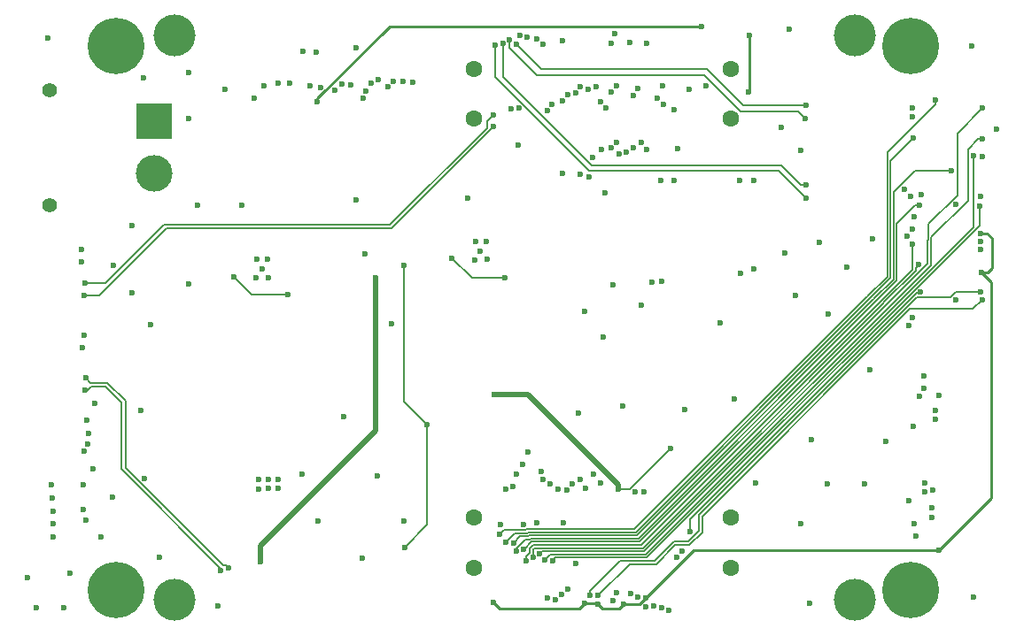
<source format=gbr>
%TF.GenerationSoftware,KiCad,Pcbnew,(5.1.8)-1*%
%TF.CreationDate,2021-06-12T11:00:53-04:00*%
%TF.ProjectId,pixc4-jetson-universal-carrier,70697863-342d-46a6-9574-736f6e2d756e,rev?*%
%TF.SameCoordinates,Original*%
%TF.FileFunction,Copper,L2,Inr*%
%TF.FilePolarity,Positive*%
%FSLAX46Y46*%
G04 Gerber Fmt 4.6, Leading zero omitted, Abs format (unit mm)*
G04 Created by KiCad (PCBNEW (5.1.8)-1) date 2021-06-12 11:00:53*
%MOMM*%
%LPD*%
G01*
G04 APERTURE LIST*
%TA.AperFunction,ComponentPad*%
%ADD10C,4.000000*%
%TD*%
%TA.AperFunction,ComponentPad*%
%ADD11C,1.600000*%
%TD*%
%TA.AperFunction,ComponentPad*%
%ADD12C,3.500000*%
%TD*%
%TA.AperFunction,ComponentPad*%
%ADD13R,3.500000X3.500000*%
%TD*%
%TA.AperFunction,ComponentPad*%
%ADD14C,1.400000*%
%TD*%
%TA.AperFunction,ComponentPad*%
%ADD15C,5.400000*%
%TD*%
%TA.AperFunction,ComponentPad*%
%ADD16C,0.800000*%
%TD*%
%TA.AperFunction,ViaPad*%
%ADD17C,0.600000*%
%TD*%
%TA.AperFunction,Conductor*%
%ADD18C,0.508000*%
%TD*%
%TA.AperFunction,Conductor*%
%ADD19C,0.152400*%
%TD*%
%TA.AperFunction,Conductor*%
%ADD20C,0.254000*%
%TD*%
G04 APERTURE END LIST*
D10*
%TO.N,*%
%TO.C,U5*%
X132105400Y-134734300D03*
X67105400Y-134734300D03*
X132105400Y-80734300D03*
X67105400Y-80734300D03*
%TD*%
D11*
%TO.N,+5V*%
%TO.C,J5*%
X120250000Y-88625000D03*
X95750000Y-88625000D03*
%TO.N,GND*%
X120250000Y-83875000D03*
X95750000Y-83875000D03*
%TD*%
%TO.N,+5V*%
%TO.C,J6*%
X120250000Y-131625000D03*
X95750000Y-131625000D03*
%TO.N,GND*%
X120250000Y-126875000D03*
X95750000Y-126875000D03*
%TD*%
D12*
%TO.N,Net-(D1-Pad1)*%
%TO.C,J27*%
X65194180Y-93920320D03*
D13*
%TO.N,GND*%
X65194180Y-88920320D03*
D14*
%TO.N,*%
X55194180Y-96920320D03*
X55194180Y-85920320D03*
%TD*%
D15*
%TO.N,GND*%
%TO.C,J4*%
X137500000Y-133750000D03*
D16*
X139525000Y-133750000D03*
X138931891Y-135181891D03*
X137500000Y-135775000D03*
X136068109Y-135181891D03*
X135475000Y-133750000D03*
X136068109Y-132318109D03*
X137500000Y-131725000D03*
X138931891Y-132318109D03*
%TD*%
D15*
%TO.N,GND*%
%TO.C,J3*%
X137500000Y-81750000D03*
D16*
X139525000Y-81750000D03*
X138931891Y-83181891D03*
X137500000Y-83775000D03*
X136068109Y-83181891D03*
X135475000Y-81750000D03*
X136068109Y-80318109D03*
X137500000Y-79725000D03*
X138931891Y-80318109D03*
%TD*%
D15*
%TO.N,GND*%
%TO.C,J2*%
X61500000Y-133750000D03*
D16*
X63525000Y-133750000D03*
X62931891Y-135181891D03*
X61500000Y-135775000D03*
X60068109Y-135181891D03*
X59475000Y-133750000D03*
X60068109Y-132318109D03*
X61500000Y-131725000D03*
X62931891Y-132318109D03*
%TD*%
D15*
%TO.N,GND*%
%TO.C,J1*%
X61500000Y-81750000D03*
D16*
X63525000Y-81750000D03*
X62931891Y-83181891D03*
X61500000Y-83775000D03*
X60068109Y-83181891D03*
X59475000Y-81750000D03*
X60068109Y-80318109D03*
X61500000Y-79725000D03*
X62931891Y-80318109D03*
%TD*%
D17*
%TO.N,GND*%
X145694400Y-89662000D03*
X76085700Y-103860600D03*
X74917300Y-103886000D03*
X75463400Y-103035100D03*
X76009500Y-102108000D03*
X74968100Y-102108000D03*
X125082300Y-89471500D03*
X95872300Y-100393500D03*
X96913700Y-100393500D03*
X95821500Y-102171500D03*
X96367600Y-101320600D03*
X96989900Y-102146100D03*
X127000000Y-91706700D03*
X104228900Y-81216500D03*
X68478400Y-84251800D03*
X74777600Y-86728300D03*
X68491100Y-88646000D03*
X71932800Y-85877400D03*
X61269880Y-102707440D03*
X63068200Y-98907600D03*
X64833500Y-108394500D03*
X63911480Y-116591080D03*
X64211200Y-123101100D03*
X85331300Y-101638100D03*
X84467700Y-96405700D03*
X73596500Y-96964500D03*
X95135700Y-96304100D03*
X108140500Y-109562900D03*
X105752900Y-116827300D03*
X115887500Y-116471700D03*
X119265700Y-108242100D03*
X133604000Y-112712500D03*
X133096000Y-123609100D03*
X143357600Y-81673700D03*
X125920500Y-80098900D03*
X111175800Y-124358400D03*
X111988600Y-124409200D03*
X144322800Y-92281658D03*
X144132300Y-96139000D03*
X100470990Y-127500292D03*
X104250005Y-127336658D03*
X105501442Y-131211610D03*
X107858560Y-87055960D03*
X138506200Y-95930720D03*
X137105181Y-99939699D03*
X131394200Y-102895400D03*
X128727200Y-100545900D03*
X125488700Y-101498400D03*
X129616200Y-107340400D03*
X126504700Y-105625900D03*
X109994700Y-116166900D03*
X135077200Y-119532400D03*
X129489200Y-123596400D03*
X127838200Y-135089900D03*
X127012700Y-127469900D03*
X83324700Y-117182900D03*
X86499700Y-122834400D03*
X79324200Y-122707400D03*
X80848200Y-127215900D03*
X89039700Y-127215900D03*
X71259700Y-135343900D03*
X65671700Y-130644900D03*
X63068200Y-105371900D03*
X64147700Y-84797900D03*
X69291200Y-96926400D03*
X87896700Y-108292900D03*
X111772700Y-106514900D03*
X108280200Y-95783400D03*
X127965200Y-119405400D03*
X143522700Y-134454900D03*
X55003700Y-80924400D03*
X122694700Y-123532900D03*
X120599200Y-115531900D03*
X106311700Y-107149900D03*
X109042200Y-104609900D03*
X133870700Y-100164900D03*
X115201700Y-91528900D03*
%TO.N,+BATT*%
X104216200Y-93891100D03*
X108394500Y-87604600D03*
X86372700Y-103911400D03*
X75336400Y-131114800D03*
%TO.N,+VDD_SERVO*%
X138447085Y-105261985D03*
X116398040Y-128188720D03*
%TO.N,+5V*%
X75692000Y-85521800D03*
X85051900Y-130721100D03*
X75184000Y-124091700D03*
X76098400Y-124079000D03*
X77012800Y-124066300D03*
X76987400Y-123202700D03*
X75158600Y-123228100D03*
X76073000Y-123215400D03*
X68453000Y-104521000D03*
X53073300Y-132600700D03*
%TO.N,3V3_SYS*%
X80759300Y-87058500D03*
X117500399Y-79844901D03*
%TO.N,USB2-*%
X113739846Y-85542562D03*
X137827849Y-98077721D03*
%TO.N,USB2+*%
X113247673Y-86721805D03*
X137662326Y-99252751D03*
%TO.N,PORT_VBUS_2*%
X112217200Y-81483200D03*
X141798240Y-96894375D03*
%TO.N,USB3-*%
X111391700Y-85801200D03*
X137627360Y-107741720D03*
%TO.N,USB3+*%
X110964548Y-86451214D03*
X137302240Y-108452920D03*
%TO.N,PORT_VBUS_3*%
X110629700Y-81407000D03*
X141798240Y-106029690D03*
%TO.N,USB4-*%
X109346858Y-85491485D03*
X139856278Y-116600960D03*
%TO.N,USB4+*%
X139856278Y-117408670D03*
X108828756Y-86085854D03*
%TO.N,PORT_VBUS_4*%
X140182600Y-115125500D03*
X108846325Y-81465125D03*
%TO.N,USB5-*%
X107416600Y-85623400D03*
X139471400Y-125948160D03*
X106717290Y-94201401D03*
%TO.N,USB5+*%
X106667299Y-85832063D03*
X139471400Y-126832640D03*
X105869460Y-94030800D03*
%TO.N,PORT_VBUS_5*%
X139598400Y-124256800D03*
X109181900Y-80556100D03*
X122034300Y-80683100D03*
X122022166Y-86105898D03*
%TO.N,ETH_RADIO_TX_N*%
X102335801Y-81514220D03*
X122455940Y-103014780D03*
%TO.N,ETH_RADIO_TX_P*%
X101762681Y-81001322D03*
X121208800Y-103479600D03*
%TO.N,ETH_RADIO_RX_N*%
X100850700Y-80860900D03*
X112731920Y-104299120D03*
%TO.N,ETH_RADIO_RX_P*%
X100109878Y-80729344D03*
X113670484Y-104274216D03*
%TO.N,ETH_SPARE_RX_P*%
X99767855Y-81528576D03*
X127464830Y-87396310D03*
%TO.N,ETH_SPARE_RX_N*%
X99160706Y-81084172D03*
X127429765Y-88671400D03*
%TO.N,ETH_SPARE_TX_P*%
X98494149Y-81433207D03*
X127464810Y-95016330D03*
%TO.N,ETH_SPARE_TX_N*%
X97775407Y-81655767D03*
X127464813Y-96286327D03*
%TO.N,XAVIER_CONSOLE_TX_OUT*%
X97612200Y-88315800D03*
X58547000Y-104432100D03*
%TO.N,XAVIER_CONSOLE_RX_IN*%
X58508900Y-105625900D03*
X97574100Y-89458800D03*
%TO.N,FMU_I2C_1_SDA*%
X103746300Y-124129800D03*
X59324242Y-122174000D03*
%TO.N,FMU_I2C_1_SCL*%
X102990943Y-123611586D03*
X58518921Y-120522869D03*
%TO.N,GPS1_RX*%
X102359445Y-123202521D03*
X58860348Y-119852383D03*
%TO.N,GPS1_TX*%
X58877200Y-118795800D03*
X102171310Y-122474010D03*
%TO.N,+VDD_5V_PERIPH*%
X144246600Y-103352288D03*
X144180128Y-99641634D03*
X98272600Y-127520700D03*
X101750008Y-127336657D03*
X55511700Y-128701800D03*
X97637600Y-134967668D03*
X58740040Y-117495320D03*
X112127789Y-134558761D03*
X110073440Y-135097520D03*
X106299000Y-135082280D03*
X107604551Y-135117831D03*
X140221660Y-129980380D03*
X60126880Y-128671320D03*
X59496960Y-115935760D03*
%TO.N,BATT_VOLTAGE_SENS_PROT*%
X115627082Y-130095237D03*
X58269562Y-101210800D03*
%TO.N,BATT_CURRENT_SENS_PROT*%
X115087400Y-130619500D03*
X58242200Y-102382320D03*
%TO.N,FMU-CH1-PROT*%
X143484600Y-92240100D03*
X102526010Y-130871221D03*
%TO.N,IO-CH8-PROT*%
X144373600Y-90627200D03*
X102039609Y-130297168D03*
%TO.N,IO-CH7-PROT*%
X144373600Y-87668100D03*
X101388155Y-130673640D03*
%TO.N,IO-CH6-PROT*%
X138275161Y-102645571D03*
X100716370Y-131012503D03*
%TO.N,IO-CH5-PROT*%
X100519283Y-129909783D03*
X137617200Y-100700840D03*
%TO.N,IO-CH4-PROT*%
X138363195Y-96967805D03*
X99776570Y-130030207D03*
%TO.N,IO-CH3-PROT*%
X141401842Y-93675227D03*
X99544316Y-129257257D03*
%TO.N,IO-CH2-PROT*%
X98796130Y-129177622D03*
X137748135Y-90544864D03*
%TO.N,IO-CH1-PROT*%
X98209100Y-128422400D03*
X139823041Y-86846559D03*
%TO.N,ETH_RADIO_TX_POSTMAG_N*%
X117936501Y-85499521D03*
X122455936Y-94569284D03*
%TO.N,ETH_RADIO_TX_POSTMAG_P*%
X116285922Y-85888732D03*
X121158505Y-94596715D03*
%TO.N,ETH_RADIO_RX_POSTMAG_N*%
X114835940Y-94569280D03*
X114854010Y-87768988D03*
%TO.N,ETH_RADIO_RX_POSTMAG_P*%
X113565940Y-94569280D03*
X113896645Y-87334855D03*
%TO.N,ETH_SPARE_TX_POSTMAG_N*%
X137493245Y-96097855D03*
%TO.N,ETH_SPARE_TX_POSTMAG_P*%
X136857296Y-95461907D03*
%TO.N,ETH_SPARE_RX_POSTMAG_N*%
X137680700Y-88480900D03*
%TO.N,ETH_SPARE_RX_POSTMAG_P*%
X137655300Y-87617300D03*
%TO.N,Net-(C20-Pad1)*%
X98717100Y-103936800D03*
X93636840Y-102044400D03*
%TO.N,Net-(D4-Pad1)*%
X53924200Y-135483600D03*
%TO.N,Net-(C21-Pad1)*%
X77978000Y-105537000D03*
X72752960Y-103794460D03*
%TO.N,+5V_FMU*%
X109499400Y-124129800D03*
X89090500Y-102730300D03*
X91236800Y-117919500D03*
X57124600Y-132181600D03*
X97726500Y-115112800D03*
X114554000Y-120197546D03*
X98557080Y-115097560D03*
X89103200Y-129692400D03*
%TO.N,Net-(D5-Pad1)*%
X56553100Y-135445500D03*
%TO.N,IRID_ON_OFF_3.3*%
X77050900Y-85255100D03*
X112217200Y-91605100D03*
%TO.N,IRID_TX_IN_3.3*%
X78155800Y-85305900D03*
X111772710Y-90930419D03*
%TO.N,IRID_RING_3.3*%
X79425800Y-82245200D03*
X110944111Y-91478100D03*
%TO.N,IRID_NA_3.3*%
X80657700Y-82270600D03*
X110326413Y-91907702D03*
%TO.N,IRID_RX_OUT_3.3*%
X109590480Y-92064262D03*
X84442300Y-81876900D03*
%TO.N,CAM1_D2_N*%
X109409465Y-90959095D03*
X85420200Y-86004400D03*
%TO.N,CAM1_D2_P*%
X108877100Y-91490800D03*
X85151489Y-86707183D03*
%TO.N,CAM1_D3_N*%
X84010500Y-85445600D03*
X107899200Y-91643200D03*
%TO.N,CAM1_D3_P*%
X107087969Y-92349610D03*
X83096100Y-85344000D03*
%TO.N,CAM1_D0_N*%
X89877900Y-85178900D03*
X105933786Y-85573315D03*
%TO.N,CAM1_D0_P*%
X105498900Y-86194900D03*
X89001600Y-85140800D03*
%TO.N,CAM1_C_N*%
X104731809Y-86399379D03*
X86575900Y-84950300D03*
%TO.N,CAM1_C_P*%
X104216200Y-86956900D03*
X85902932Y-85286784D03*
%TO.N,CAM1_D1_N*%
X103190900Y-87314458D03*
X88074965Y-85065452D03*
%TO.N,CAM1_D1_P*%
X102730300Y-87909400D03*
X87515700Y-85568772D03*
%TO.N,CAM_GPIO*%
X99961700Y-91211400D03*
X82448400Y-85966300D03*
%TO.N,CAM_SCL0*%
X100038766Y-87667234D03*
X81051400Y-85661500D03*
%TO.N,CAM_SDA0*%
X99289523Y-87736219D03*
X80086200Y-85496400D03*
%TO.N,RC_INPUT*%
X107873800Y-123510040D03*
X58491120Y-109407960D03*
%TO.N,+VDD_5V_RADIO*%
X107177840Y-122682000D03*
X58301380Y-110599980D03*
%TO.N,BUZZER_OUT*%
X106407958Y-124035555D03*
X58643481Y-127110191D03*
%TO.N,SAFETY_VDD*%
X105882440Y-123240800D03*
X58390511Y-126052980D03*
%TO.N,~SAFETY_SWITCH_LED_OUT*%
X105151715Y-123620506D03*
X61165740Y-124929900D03*
%TO.N,SAFETY_SWITCH_IN*%
X104632470Y-124203724D03*
X58372688Y-123714160D03*
%TO.N,SPI5_CS2_EXTERNAL1*%
X100882020Y-120606906D03*
X138816080Y-123550680D03*
%TO.N,SPI5_CS1_EXTERNAL1*%
X100355398Y-121729500D03*
X138821160Y-124419360D03*
%TO.N,SPI5_MOSI_EXTERNAL1*%
X99834700Y-122720100D03*
X137271844Y-125252396D03*
%TO.N,SPI5_MISO_EXTERNAL1*%
X99468339Y-123867183D03*
X137825480Y-127452120D03*
%TO.N,SPI5_SCK_EXTERNAL1*%
X137998200Y-128587500D03*
X98765049Y-124134590D03*
%TO.N,TELEM1_TX*%
X55511700Y-127431800D03*
X114385281Y-135702275D03*
%TO.N,TELEM1_RX*%
X55486300Y-126212600D03*
X113671026Y-135465711D03*
%TO.N,TELEM1_CTS*%
X55422800Y-124955300D03*
X112932693Y-135320835D03*
%TO.N,TELEM1_RTS*%
X55384700Y-123710700D03*
X112148676Y-135357284D03*
%TO.N,CAN_L_1-*%
X144208500Y-101193600D03*
X111381030Y-134466700D03*
%TO.N,CAN_H_1+*%
X144208500Y-100393500D03*
X110724418Y-134099300D03*
%TO.N,CAN_L_2-*%
X58643520Y-113477040D03*
X72303104Y-131690375D03*
X109353649Y-134008460D03*
%TO.N,CAN_H_2+*%
X58577480Y-114614960D03*
X109047280Y-134777480D03*
X71552148Y-131880385D03*
%TO.N,FMU_I2C_2_SDA*%
X144297400Y-106006900D03*
X107610456Y-134289770D03*
%TO.N,FMU_I2C_2_SCL*%
X144200676Y-105260742D03*
X106858090Y-134298105D03*
%TO.N,FMU-CH6-PROT*%
X138775440Y-113284000D03*
X104734650Y-133684532D03*
%TO.N,FMU-CH5-PROT*%
X138744960Y-114518440D03*
X104140290Y-134213688D03*
%TO.N,FMU-CH4-PROT*%
X103548204Y-134683445D03*
X138315700Y-115214400D03*
%TO.N,FMU-CH3-PROT*%
X102808149Y-134547695D03*
X137754360Y-118150640D03*
%TO.N,FMU-CH2-PROT*%
X144043400Y-97015300D03*
X103270711Y-130978665D03*
%TD*%
D18*
%TO.N,+BATT*%
X86372700Y-103911400D02*
X86372700Y-118529100D01*
X75336400Y-129565400D02*
X75336400Y-131114800D01*
X86372700Y-118529100D02*
X75336400Y-129565400D01*
D19*
%TO.N,+VDD_SERVO*%
X138447085Y-105261985D02*
X138157841Y-105261985D01*
X116398040Y-127021786D02*
X116398040Y-128188720D01*
X138157841Y-105261985D02*
X116398040Y-127021786D01*
D20*
%TO.N,3V3_SYS*%
X87664284Y-79844901D02*
X117500399Y-79844901D01*
X80759300Y-86749885D02*
X87664284Y-79844901D01*
X80759300Y-87058500D02*
X80759300Y-86749885D01*
%TO.N,PORT_VBUS_5*%
X122034300Y-80683100D02*
X122034300Y-86093764D01*
X122034300Y-86093764D02*
X122022166Y-86105898D01*
D19*
%TO.N,ETH_SPARE_RX_P*%
X99767855Y-81528576D02*
X102186279Y-83947000D01*
X102186279Y-83947000D02*
X118033800Y-83947000D01*
X118033800Y-83947000D02*
X121483110Y-87396310D01*
X121483110Y-87396310D02*
X127464830Y-87396310D01*
%TO.N,ETH_SPARE_RX_N*%
X121196100Y-87947500D02*
X126705865Y-87947500D01*
X117729000Y-84480400D02*
X121196100Y-87947500D01*
X126705865Y-87947500D02*
X127429765Y-88671400D01*
X101730828Y-84480400D02*
X117729000Y-84480400D01*
X99160706Y-81910278D02*
X101730828Y-84480400D01*
X99160706Y-81084172D02*
X99160706Y-81910278D01*
%TO.N,ETH_SPARE_TX_P*%
X126944130Y-95016330D02*
X127464810Y-95016330D01*
X125095000Y-93167200D02*
X126944130Y-95016330D01*
X106997500Y-93167200D02*
X125095000Y-93167200D01*
X98494149Y-84663849D02*
X106997500Y-93167200D01*
X98494149Y-81433207D02*
X98494149Y-84663849D01*
%TO.N,ETH_SPARE_TX_N*%
X106768900Y-93649800D02*
X124828286Y-93649800D01*
X97775407Y-81655767D02*
X97775407Y-84656307D01*
X97775407Y-84656307D02*
X106768900Y-93649800D01*
X124828286Y-93649800D02*
X127464813Y-96286327D01*
%TO.N,XAVIER_CONSOLE_TX_OUT*%
X60502800Y-104432100D02*
X58547000Y-104432100D01*
X66103500Y-98831400D02*
X60502800Y-104432100D01*
X87693500Y-98831400D02*
X66103500Y-98831400D01*
X96977200Y-89547700D02*
X87693500Y-98831400D01*
X96977200Y-88950800D02*
X96977200Y-89547700D01*
X97612200Y-88315800D02*
X96977200Y-88950800D01*
%TO.N,XAVIER_CONSOLE_RX_IN*%
X58508900Y-105625900D02*
X59918600Y-105625900D01*
X59918600Y-105625900D02*
X66395600Y-99148900D01*
X66395600Y-99148900D02*
X87884000Y-99148900D01*
X87884000Y-99148900D02*
X97574100Y-89458800D01*
D20*
%TO.N,+VDD_5V_PERIPH*%
X144856512Y-103352288D02*
X144246600Y-103352288D01*
X145237200Y-102971600D02*
X144856512Y-103352288D01*
X145237200Y-100097480D02*
X145237200Y-102971600D01*
X144781354Y-99641634D02*
X145237200Y-100097480D01*
X144180128Y-99641634D02*
X144781354Y-99641634D01*
X112127789Y-134558761D02*
X111589030Y-135097520D01*
X111589030Y-135097520D02*
X110073440Y-135097520D01*
X97637600Y-134967668D02*
X98223013Y-135553081D01*
X105828199Y-135553081D02*
X106299000Y-135082280D01*
X98223013Y-135553081D02*
X105828199Y-135553081D01*
X107569000Y-135082280D02*
X107604551Y-135117831D01*
X109610881Y-135560079D02*
X108046799Y-135560079D01*
X108046799Y-135560079D02*
X107604551Y-135117831D01*
X106299000Y-135082280D02*
X107569000Y-135082280D01*
X110073440Y-135097520D02*
X109610881Y-135560079D01*
X116706170Y-129980380D02*
X140221660Y-129980380D01*
X144246600Y-103352288D02*
X145211488Y-104317176D01*
X145211488Y-104317176D02*
X145211488Y-124990552D01*
X145211488Y-124990552D02*
X140221660Y-129980380D01*
X112127789Y-134558761D02*
X116706170Y-129980380D01*
D19*
%TO.N,FMU-CH1-PROT*%
X143484600Y-92240100D02*
X143484600Y-99045834D01*
X143484600Y-99045834D02*
X112152245Y-130378189D01*
X103019042Y-130378189D02*
X102526010Y-130871221D01*
X112152245Y-130378189D02*
X103019042Y-130378189D01*
%TO.N,IO-CH8-PROT*%
X112025989Y-130073378D02*
X102263399Y-130073378D01*
X142955998Y-96518947D02*
X139456452Y-100018493D01*
X144373600Y-90627200D02*
X143949336Y-90627200D01*
X139456452Y-100018493D02*
X139456452Y-100379785D01*
X139456452Y-100379785D02*
X139395178Y-100441059D01*
X139395178Y-100441059D02*
X139395178Y-102704189D01*
X139395178Y-102704189D02*
X112025989Y-130073378D01*
X102263399Y-130073378D02*
X102039609Y-130297168D01*
X143949336Y-90627200D02*
X142955998Y-91620538D01*
X142955998Y-91620538D02*
X142955998Y-96518947D01*
%TO.N,IO-CH7-PROT*%
X101388155Y-129908208D02*
X101388155Y-130673640D01*
X101527796Y-129768567D02*
X101388155Y-129908208D01*
X111899733Y-129768567D02*
X101527796Y-129768567D01*
X139090367Y-100314803D02*
X139090367Y-102577933D01*
X141930443Y-90111257D02*
X141930443Y-95979842D01*
X144373600Y-87668100D02*
X141930443Y-90111257D01*
X141930443Y-95979842D02*
X139151641Y-98758644D01*
X139151641Y-98758644D02*
X139151641Y-100253529D01*
X139090367Y-102577933D02*
X111899733Y-129768567D01*
X139151641Y-100253529D02*
X139090367Y-100314803D01*
%TO.N,IO-CH6-PROT*%
X111725609Y-129463756D02*
X101401540Y-129463756D01*
X101047884Y-129817412D02*
X101047884Y-130256725D01*
X138275161Y-102645571D02*
X137975162Y-102945570D01*
X137975162Y-102945570D02*
X137975162Y-103193491D01*
X101401540Y-129463756D02*
X101047884Y-129817412D01*
X101047884Y-130256725D02*
X100716370Y-130588239D01*
X100716370Y-130588239D02*
X100716370Y-131012503D01*
X134878722Y-106289931D02*
X134878722Y-106310643D01*
X134878722Y-106310643D02*
X111725609Y-129463756D01*
X137975162Y-103193491D02*
X134878722Y-106289931D01*
%TO.N,IO-CH5-PROT*%
X134573911Y-106163675D02*
X137617200Y-103120386D01*
X100519283Y-129909783D02*
X100524446Y-129909783D01*
X100524446Y-129909783D02*
X101275284Y-129158945D01*
X101275284Y-129158945D02*
X111599353Y-129158945D01*
X111599353Y-129158945D02*
X134573911Y-106184387D01*
X134573911Y-106184387D02*
X134573911Y-106163675D01*
X137617200Y-103120386D02*
X137617200Y-101125104D01*
X137617200Y-101125104D02*
X137617200Y-100700840D01*
%TO.N,IO-CH4-PROT*%
X99776570Y-129807335D02*
X99776570Y-130030207D01*
X137938931Y-96967805D02*
X136156731Y-98750005D01*
X136156731Y-98750005D02*
X136156731Y-104149788D01*
X111465767Y-128854134D02*
X101149028Y-128854134D01*
X134269100Y-106050801D02*
X111465767Y-128854134D01*
X100638450Y-128945455D02*
X99776570Y-129807335D01*
X101149028Y-128854134D02*
X101057707Y-128945455D01*
X136156731Y-104149788D02*
X134269100Y-106037419D01*
X134269100Y-106037419D02*
X134269100Y-106050801D01*
X138363195Y-96967805D02*
X137938931Y-96967805D01*
X101057707Y-128945455D02*
X100638450Y-128945455D01*
%TO.N,IO-CH3-PROT*%
X141401842Y-93675227D02*
X137861646Y-93675227D01*
X111339511Y-128549323D02*
X101022772Y-128549323D01*
X100160929Y-128640644D02*
X99544316Y-129257257D01*
X135851920Y-95684953D02*
X135851920Y-104023532D01*
X101022772Y-128549323D02*
X100931451Y-128640644D01*
X133964289Y-105911163D02*
X133964289Y-105924545D01*
X137861646Y-93675227D02*
X135851920Y-95684953D01*
X100931451Y-128640644D02*
X100160929Y-128640644D01*
X133964289Y-105924545D02*
X111339511Y-128549323D01*
X135851920Y-104023532D02*
X133964289Y-105911163D01*
%TO.N,IO-CH2-PROT*%
X131406533Y-108051233D02*
X131483100Y-107974666D01*
X100896516Y-128244512D02*
X100805195Y-128335833D01*
X131406533Y-108051233D02*
X111213255Y-128244512D01*
X111213255Y-128244512D02*
X100896516Y-128244512D01*
X100805195Y-128335833D02*
X99637919Y-128335833D01*
X99637919Y-128335833D02*
X98796130Y-129177622D01*
X133659478Y-105798288D02*
X133659478Y-105784907D01*
X131406533Y-108051233D02*
X133659478Y-105798288D01*
X133659478Y-105784907D02*
X135547109Y-103897277D01*
X135547109Y-103897277D02*
X135547109Y-92745890D01*
X135547109Y-92745890D02*
X137748135Y-90544864D01*
%TO.N,IO-CH1-PROT*%
X98209100Y-128422400D02*
X98600478Y-128031022D01*
X98600478Y-128031022D02*
X100678939Y-128031022D01*
X135242299Y-91851565D02*
X139823041Y-87270823D01*
X139823041Y-87270823D02*
X139823041Y-86846559D01*
X100770260Y-127939701D02*
X111086999Y-127939701D01*
X135242298Y-103771022D02*
X135242299Y-91851565D01*
X133354667Y-105658651D02*
X135242298Y-103771022D01*
X133354667Y-105672033D02*
X133354667Y-105658651D01*
X100678939Y-128031022D02*
X100770260Y-127939701D01*
X111086999Y-127939701D02*
X133354667Y-105672033D01*
%TO.N,Net-(C20-Pad1)*%
X95529240Y-103936800D02*
X93636840Y-102044400D01*
X98717100Y-103936800D02*
X95529240Y-103936800D01*
%TO.N,Net-(C21-Pad1)*%
X74495500Y-105537000D02*
X72752960Y-103794460D01*
X77978000Y-105537000D02*
X74495500Y-105537000D01*
%TO.N,+5V_FMU*%
X89090500Y-115773200D02*
X91236800Y-117919500D01*
X89090500Y-102730300D02*
X89090500Y-115773200D01*
X109499400Y-124129800D02*
X110621746Y-124129800D01*
X110621746Y-124129800D02*
X114554000Y-120197546D01*
D18*
X98150764Y-115112800D02*
X97726500Y-115112800D01*
X109499400Y-123705536D02*
X100906664Y-115112800D01*
X100906664Y-115112800D02*
X98150764Y-115112800D01*
X109499400Y-124129800D02*
X109499400Y-123705536D01*
D19*
X91236800Y-117919500D02*
X91236800Y-127558800D01*
X91236800Y-127558800D02*
X89103200Y-129692400D01*
%TO.N,CAN_L_2-*%
X72003105Y-131390376D02*
X72303104Y-131690375D01*
X71750442Y-131390376D02*
X72003105Y-131390376D01*
X62428120Y-115672324D02*
X62428120Y-122068054D01*
X62428120Y-122068054D02*
X71750442Y-131390376D01*
X60700196Y-113944400D02*
X62428120Y-115672324D01*
X59110880Y-113944400D02*
X60700196Y-113944400D01*
X58643520Y-113477040D02*
X59110880Y-113944400D01*
%TO.N,CAN_H_2+*%
X62042040Y-122214640D02*
X71552148Y-131724748D01*
X62042040Y-115818920D02*
X62042040Y-122214640D01*
X71552148Y-131724748D02*
X71552148Y-131880385D01*
X60497720Y-114274600D02*
X62042040Y-115818920D01*
X59141360Y-114274600D02*
X60497720Y-114274600D01*
X58801000Y-114614960D02*
X59141360Y-114274600D01*
X58577480Y-114614960D02*
X58801000Y-114614960D01*
%TO.N,FMU_I2C_2_SDA*%
X116326196Y-129473960D02*
X114974906Y-129473960D01*
X114974906Y-129473960D02*
X113156246Y-131292620D01*
X110607606Y-131292620D02*
X107610456Y-134289770D01*
X144297400Y-106006900D02*
X143406141Y-106898159D01*
X117546129Y-126735831D02*
X117546129Y-128254028D01*
X113156246Y-131292620D02*
X110607606Y-131292620D01*
X117546129Y-128254028D02*
X116326196Y-129473960D01*
X137383801Y-106898159D02*
X117546129Y-126735831D01*
X143406141Y-106898159D02*
X137383801Y-106898159D01*
%TO.N,FMU_I2C_2_SCL*%
X113029991Y-130987809D02*
X109744121Y-130987810D01*
X109744121Y-130987810D02*
X106858090Y-133873841D01*
X141784858Y-105260742D02*
X141255014Y-105790586D01*
X106858090Y-133873841D02*
X106858090Y-134298105D01*
X117241318Y-128127772D02*
X116250730Y-129118360D01*
X141255014Y-105790586D02*
X138060307Y-105790586D01*
X144200676Y-105260742D02*
X141784858Y-105260742D01*
X116250730Y-129118360D02*
X114899440Y-129118360D01*
X117241318Y-126609575D02*
X117241318Y-128127772D01*
X114899440Y-129118360D02*
X113029991Y-130987809D01*
X138060307Y-105790586D02*
X117241318Y-126609575D01*
%TO.N,FMU-CH2-PROT*%
X103566376Y-130683000D02*
X103270711Y-130978665D01*
X144043400Y-97015300D02*
X144043400Y-98918101D01*
X144043400Y-98918101D02*
X112278501Y-130683000D01*
X112278501Y-130683000D02*
X103566376Y-130683000D01*
%TD*%
M02*

</source>
